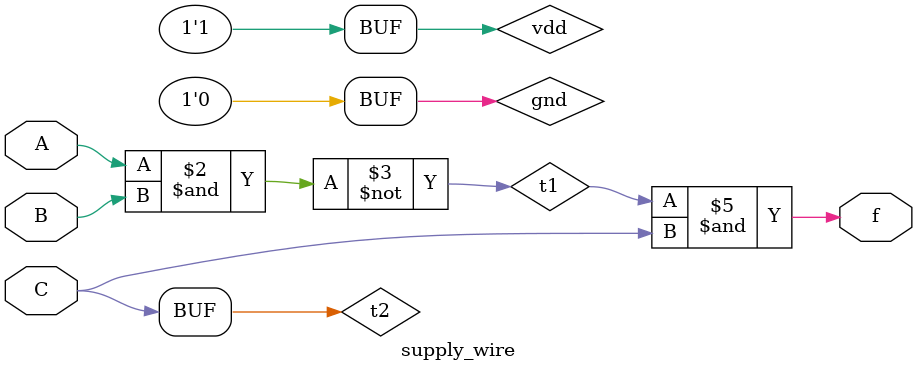
<source format=v>
module supply_wire(A, B, C, f);
    input A, B, C;
    output f;

    supply0 gnd;
    supply1 vdd;

    wire t1, t2;

    nand G1 (t1, vdd, A, B);
    xor G2 (t2, C, gnd);
    and G3 (f, t1, t2);
    
endmodule
</source>
